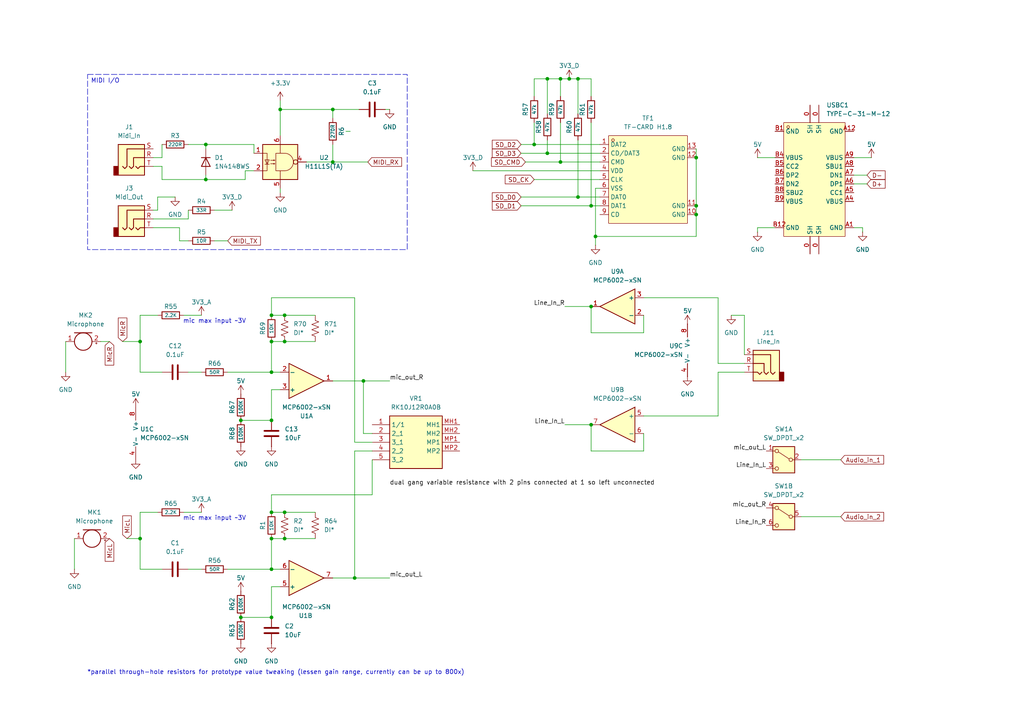
<source format=kicad_sch>
(kicad_sch (version 20231120) (generator "eeschema") (generator_version "8.0")
  (paper "A4")
  (lib_symbols
    (symbol "Amplifier_Operational:MCP6002-xSN" (pin_names (offset 0.127))
      (property "Reference" "U" (at 0 5.08 0))
      (property "Value" "MCP6002-xSN" (at 0 -5.08 0))
      (symbol "MCP6002-xSN_1_1"
        (polyline (pts (xy -5.08 5.08) (xy 5.08 0) (xy -5.08 -5.08) (xy -5.08 5.08)) (stroke (width 0.254)) (fill (type background)))
        (pin output line (at 7.62 0 180) (length 2.54) (name "~") (number "1"))
        (pin input line (at -7.62 -2.54 0) (length 2.54) (name "-") (number "2"))
        (pin input line (at -7.62 2.54 0) (length 2.54) (name "+") (number "3"))
      )
      (symbol "MCP6002-xSN_2_1"
        (polyline (pts (xy -5.08 5.08) (xy 5.08 0) (xy -5.08 -5.08) (xy -5.08 5.08)) (stroke (width 0.254)) (fill (type background)))
        (pin input line (at -7.62 2.54 0) (length 2.54) (name "+") (number "5"))
        (pin input line (at -7.62 -2.54 0) (length 2.54) (name "-") (number "6"))
        (pin output line (at 7.62 0 180) (length 2.54) (name "~") (number "7"))
      )
      (symbol "MCP6002-xSN_3_1"
        (pin power_in line (at -2.54 -7.62 90) (length 3.81) (name "V-") (number "4"))
        (pin power_in line (at -2.54 7.62 270) (length 3.81) (name "V+") (number "8"))
      )
    )
    (symbol "Connector_Audio:AudioJack3"
      (property "Reference" "J" (at 0 8.89 0))
      (property "Value" "AudioJack3" (at 0 6.35 0))
      (symbol "AudioJack3_0_1"
        (rectangle (start -5.08 -5.08) (end -6.35 -2.54) (stroke (width 0.254)) (fill (type outline)))
        (polyline (pts (xy 0 -2.54) (xy 0.635 -3.175) (xy 1.27 -2.54) (xy 2.54 -2.54)) (stroke (width 0.254)))
        (polyline (pts (xy -1.905 -2.54) (xy -1.27 -3.175) (xy -0.635 -2.54) (xy -0.635 0) (xy 2.54 0)) (stroke (width 0.254)))
        (polyline (pts (xy 2.54 2.54) (xy -2.54 2.54) (xy -2.54 -2.54) (xy -3.175 -3.175) (xy -3.81 -2.54)) (stroke (width 0.254)))
        (rectangle (start 2.54 3.81) (end -5.08 -5.08) (stroke (width 0.254)) (fill (type background)))
      )
      (symbol "AudioJack3_1_1"
        (pin passive line (at 5.08 0 180) (length 2.54) (name "~") (number "R"))
        (pin passive line (at 5.08 2.54 180) (length 2.54) (name "~") (number "S"))
        (pin passive line (at 5.08 -2.54 180) (length 2.54) (name "~") (number "T"))
      )
    )
    (symbol "Device:C" (pin_numbers hide) (pin_names (offset 0.254))
      (property "Reference" "C" (at 0.635 2.54 0))
      (property "Value" "C" (at 0.635 -2.54 0))
      (symbol "C_0_1"
        (polyline (pts (xy -2.032 -0.762) (xy 2.032 -0.762)) (stroke (width 0.508)))
        (polyline (pts (xy -2.032 0.762) (xy 2.032 0.762)) (stroke (width 0.508)))
      )
      (symbol "C_1_1"
        (pin passive line (at 0 3.81 270) (length 2.794) (name "~") (number "1"))
        (pin passive line (at 0 -3.81 90) (length 2.794) (name "~") (number "2"))
      )
    )
    (symbol "Device:Microphone" (pin_names (offset 0.0254) hide)
      (property "Reference" "MK" (at -3.81 1.27 0))
      (property "Value" "Microphone" (at -3.81 -0.635 0))
      (symbol "Microphone_0_1"
        (polyline (pts (xy -2.54 2.54) (xy -2.54 -2.54)) (stroke (width 0.254)))
        (polyline (pts (xy 0.254 3.81) (xy 0.762 3.81)))
        (polyline (pts (xy 0.508 4.064) (xy 0.508 3.556)))
        (circle (center 0 0) (radius 2.54) (stroke (width 0.254)))
      )
      (symbol "Microphone_1_1"
        (pin passive line (at 0 -5.08 90) (length 2.54) (name "-") (number "1"))
        (pin passive line (at 0 5.08 270) (length 2.54) (name "+") (number "2"))
      )
    )
    (symbol "Device:R" (pin_numbers hide) (pin_names (offset 0))
      (property "Reference" "R" (at 2.032 0 90))
      (property "Value" "R" (at 0 0 90))
      (symbol "R_0_1"
        (rectangle (start -1.016 -2.54) (end 1.016 2.54) (stroke (width 0.254)))
      )
      (symbol "R_1_1"
        (pin passive line (at 0 3.81 270) (length 1.27) (name "~") (number "1"))
        (pin passive line (at 0 -3.81 90) (length 1.27) (name "~") (number "2"))
      )
    )
    (symbol "Device:R_US" (pin_numbers hide) (pin_names (offset 0))
      (property "Reference" "R" (at 2.54 0 90))
      (property "Value" "R_US" (at -2.54 0 90))
      (symbol "R_US_0_1"
        (polyline (pts (xy 0 -2.286) (xy 0 -2.54)))
        (polyline (pts (xy 0 2.286) (xy 0 2.54)))
        (polyline (pts (xy 0 -0.762) (xy 1.016 -1.143) (xy 0 -1.524) (xy -1.016 -1.905) (xy 0 -2.286)))
        (polyline (pts (xy 0 0.762) (xy 1.016 0.381) (xy 0 0) (xy -1.016 -0.381) (xy 0 -0.762)))
        (polyline (pts (xy 0 2.286) (xy 1.016 1.905) (xy 0 1.524) (xy -1.016 1.143) (xy 0 0.762)))
      )
      (symbol "R_US_1_1"
        (pin passive line (at 0 3.81 270) (length 1.27) (name "~") (number "1"))
        (pin passive line (at 0 -3.81 90) (length 1.27) (name "~") (number "2"))
      )
    )
    (symbol "Diode:MMSD4148" (pin_numbers hide) (pin_names hide)
      (property "Reference" "D" (at 0 2.54 0))
      (property "Value" "MMSD4148" (at 0 -2.54 0))
      (symbol "MMSD4148_0_1"
        (polyline (pts (xy -1.27 1.27) (xy -1.27 -1.27)) (stroke (width 0.254)))
        (polyline (pts (xy 1.27 0) (xy -1.27 0)))
        (polyline (pts (xy 1.27 1.27) (xy 1.27 -1.27) (xy -1.27 0) (xy 1.27 1.27)) (stroke (width 0.254)))
      )
      (symbol "MMSD4148_1_1"
        (pin passive line (at -3.81 0 0) (length 2.54) (name "K") (number "1"))
        (pin passive line (at 3.81 0 180) (length 2.54) (name "A") (number "2"))
      )
    )
    (symbol "Isolator:H11L1" (pin_names (offset 1.016))
      (property "Reference" "U" (at 1.27 8.89 0))
      (property "Value" "H11L1" (at 1.27 6.35 0))
      (symbol "H11L1_0_1"
        (rectangle (start -5.08 5.08) (end 5.08 -5.08) (stroke (width 0.254)) (fill (type background)))
        (polyline (pts (xy -4.445 -0.635) (xy -3.175 -0.635)))
        (polyline (pts (xy 0 2.54) (xy 0 5.08)))
        (polyline (pts (xy 0 -2.54) (xy 0 -5.08) (xy 0 -3.81)))
        (polyline (pts (xy -5.08 -2.54) (xy -3.81 -2.54) (xy -3.81 2.54) (xy -5.08 2.54)))
        (polyline (pts (xy -3.81 -0.635) (xy -4.445 0.635) (xy -3.175 0.635) (xy -3.81 -0.635)))
        (polyline (pts (xy 1.27 -2.54) (xy -1.27 -2.54) (xy -1.27 2.54) (xy 1.27 2.54)))
        (polyline (pts (xy -2.794 -0.508) (xy -1.524 -0.508) (xy -1.905 -0.635) (xy -1.905 -0.381) (xy -1.524 -0.508)))
        (polyline (pts (xy -2.794 0.508) (xy -1.524 0.508) (xy -1.905 0.381) (xy -1.905 0.635) (xy -1.524 0.508)))
        (arc (start 1.27 -2.54) (mid 3.799 0) (end 1.27 2.54))
      )
      (symbol "H11L1_1_1"
        (pin passive line (at -7.62 2.54 0) (length 2.54) (name "~") (number "1"))
        (pin passive line (at -7.62 -2.54 0) (length 2.54) (name "~") (number "2"))
        (pin no_connect line (at -5.08 0 0) (length 2.54) hide (name "~") (number "3"))
        (pin output inverted (at 7.62 0 180) (length 3.81) (name "~") (number "4"))
        (pin power_in line (at 0 -7.62 90) (length 2.54) (name "~") (number "5"))
        (pin power_in line (at 0 7.62 270) (length 2.54) (name "~") (number "6"))
      )
    )
    (symbol "Switch:SW_DPDT_x2" (pin_names (offset 0) hide)
      (property "Reference" "SW" (at 0 5.08 0))
      (property "Value" "SW_DPDT_x2" (at 0 -5.08 0))
      (symbol "SW_DPDT_x2_0_0"
        (circle (center -2.032 0) (radius 0.508))
        (circle (center 2.032 -2.54) (radius 0.508))
      )
      (symbol "SW_DPDT_x2_0_1"
        (rectangle (start -3.175 3.81) (end 3.175 -3.81) (stroke (width 0.254)) (fill (type background)))
        (polyline (pts (xy -1.524 0.254) (xy 1.5748 2.286)))
        (circle (center 2.032 2.54) (radius 0.508))
      )
      (symbol "SW_DPDT_x2_1_1"
        (pin passive line (at 5.08 2.54 180) (length 2.54) (name "A") (number "1"))
        (pin passive line (at -5.08 0 0) (length 2.54) (name "B") (number "2"))
        (pin passive line (at 5.08 -2.54 180) (length 2.54) (name "C") (number "3"))
      )
      (symbol "SW_DPDT_x2_2_1"
        (pin passive line (at 5.08 2.54 180) (length 2.54) (name "A") (number "4"))
        (pin passive line (at -5.08 0 0) (length 2.54) (name "B") (number "5"))
        (pin passive line (at 5.08 -2.54 180) (length 2.54) (name "C") (number "6"))
      )
    )
    (symbol "daisy_seed:3V3_A" (power) (pin_numbers hide) (pin_names (offset 0) hide)
      (property "Value" "3V3_A" (at 0 3.81 0))
      (symbol "3V3_A_0_1"
        (polyline (pts (xy -0.762 1.27) (xy 0 2.54)))
        (polyline (pts (xy 0 0) (xy 0 2.54)))
        (polyline (pts (xy 0 2.54) (xy 0.762 1.27)))
      )
      (symbol "3V3_A_1_1"
        (pin power_in line (at 0 0 90) (length 0) (name "~") (number "1"))
      )
    )
    (symbol "daisy_seed:3V3_D" (power) (pin_numbers hide) (pin_names (offset 0) hide)
      (property "Value" "3V3_D" (at 0 5.08 0))
      (symbol "3V3_D_0_0"
        (pin power_in line (at 0 0 90) (length 0) (name "~") (number "1"))
      )
      (symbol "3V3_D_0_1"
        (polyline (pts (xy -0.762 1.27) (xy 0 2.54)))
        (polyline (pts (xy 0 0) (xy 0 2.54)))
        (polyline (pts (xy 0 2.54) (xy 0.762 1.27)))
      )
    )
    (symbol "power:+3.3V" (power) (pin_names (offset 0))
      (property "Value" "+3.3V" (at 0 3.556 0))
      (symbol "+3.3V_0_1"
        (polyline (pts (xy -0.762 1.27) (xy 0 2.54)))
        (polyline (pts (xy 0 0) (xy 0 2.54)))
        (polyline (pts (xy 0 2.54) (xy 0.762 1.27)))
      )
      (symbol "+3.3V_1_1"
        (pin power_in line (at 0 0 90) (length 0) hide (name "+3.3V") (number "1"))
      )
    )
    (symbol "power:GND" (power) (pin_numbers hide) (pin_names (offset 0) hide)
      (property "Value" "GND" (at 0 -3.81 0))
      (symbol "GND_0_1"
        (polyline (pts (xy 0 0) (xy 0 -1.27) (xy 1.27 -1.27) (xy 0 -2.54) (xy -1.27 -1.27) (xy 0 -1.27)))
      )
      (symbol "GND_1_1"
        (pin power_in line (at 0 0 270) (length 0) (name "~") (number "1"))
      )
    )
    (symbol "soundbook:TYPE-C-31-M-12"
      (property "Reference" "USBC" (at 0 26.67 0))
      (property "Value" "TYPE-C-31-M-12" (at 0 -26.67 0))
      (symbol "TYPE-C-31-M-12_0_1"
        (rectangle (start -8.89 16.51) (end 8.89 -16.51) (fill (type background)))
        (circle (center -7.62 15.24) (radius 0.38))
        (pin unspecified line (at -1.27 -21.59 90) (length 5.08) (name "SH") (number "0"))
        (pin unspecified line (at -1.27 21.59 270) (length 5.08) (name "SH") (number "0"))
        (pin unspecified line (at 1.27 -21.59 90) (length 5.08) (name "SH") (number "0"))
        (pin unspecified line (at 1.27 21.59 270) (length 5.08) (name "SH") (number "0"))
        (pin unspecified line (at 11.43 -13.97 180) (length 2.54) (name "GND") (number "A1"))
        (pin unspecified line (at 11.43 13.97 180) (length 2.54) (name "GND") (number "A12"))
        (pin unspecified line (at 11.43 -6.35 180) (length 2.54) (name "VBUS") (number "A4"))
        (pin unspecified line (at 11.43 -3.81 180) (length 2.54) (name "CC1") (number "A5"))
        (pin unspecified line (at 11.43 -1.27 180) (length 2.54) (name "DP1") (number "A6"))
        (pin unspecified line (at 11.43 1.27 180) (length 2.54) (name "DN1") (number "A7"))
        (pin unspecified line (at 11.43 3.81 180) (length 2.54) (name "SBU1") (number "A8"))
        (pin unspecified line (at 11.43 6.35 180) (length 2.54) (name "VBUS") (number "A9"))
        (pin unspecified line (at -11.43 13.97 0) (length 2.54) (name "GND") (number "B1"))
        (pin unspecified line (at -11.43 -13.97 0) (length 2.54) (name "GND") (number "B12"))
        (pin unspecified line (at -11.43 6.35 0) (length 2.54) (name "VBUS") (number "B4"))
        (pin unspecified line (at -11.43 3.81 0) (length 2.54) (name "CC2") (number "B5"))
        (pin unspecified line (at -11.43 1.27 0) (length 2.54) (name "DP2") (number "B6"))
        (pin unspecified line (at -11.43 -1.27 0) (length 2.54) (name "DN2") (number "B7"))
        (pin unspecified line (at -11.43 -3.81 0) (length 2.54) (name "SBU2") (number "B8"))
        (pin unspecified line (at -11.43 -6.35 0) (length 2.54) (name "VBUS") (number "B9"))
      )
    )
    (symbol "soundpad_library:TF-CARDH1.8"
      (property "Reference" "TF" (at 0 17.78 0))
      (property "Value" "TF-CARD H1.8" (at 0 -12.7 0))
      (symbol "TF-CARDH1.8_0_1"
        (rectangle (start -12.7 15.24) (end 10.16 -10.16) (fill (type background)))
        (circle (center -11.43 13.97) (radius 0.38))
        (pin unspecified line (at -15.24 12.7 0) (length 2.54) (name "DAT2") (number "1"))
        (pin unspecified line (at 12.7 -7.62 180) (length 2.54) (name "GND") (number "10"))
        (pin unspecified line (at 12.7 -5.08 180) (length 2.54) (name "GND") (number "11"))
        (pin unspecified line (at 12.7 8.89 180) (length 2.54) (name "GND") (number "12"))
        (pin unspecified line (at 12.7 11.43 180) (length 2.54) (name "GND") (number "13"))
        (pin unspecified line (at -15.24 10.16 0) (length 2.54) (name "CD/DAT3") (number "2"))
        (pin unspecified line (at -15.24 7.62 0) (length 2.54) (name "CMD") (number "3"))
        (pin unspecified line (at -15.24 5.08 0) (length 2.54) (name "VDD") (number "4"))
        (pin unspecified line (at -15.24 2.54 0) (length 2.54) (name "CLK") (number "5"))
        (pin unspecified line (at -15.24 0 0) (length 2.54) (name "VSS") (number "6"))
        (pin unspecified line (at -15.24 -2.54 0) (length 2.54) (name "DAT0") (number "7"))
        (pin unspecified line (at -15.24 -5.08 0) (length 2.54) (name "DAT1") (number "8"))
        (pin unspecified line (at -15.24 -7.62 0) (length 2.54) (name "CD") (number "9"))
      )
    )
    (symbol "thumbwheel:RK10J12R0A0B"
      (property "Reference" "VR" (at 21.59 7.62 0))
      (property "Value" "RK10J12R0A0B" (at 21.59 5.08 0))
      (symbol "RK10J12R0A0B_1_1"
        (rectangle (start 5.08 2.54) (end 20.32 -12.7) (stroke (width 0.254)) (fill (type background)))
        (pin passive line (at 0 0 0) (length 5.08) (name "1/1") (number "1"))
        (pin passive line (at 0 -2.54 0) (length 5.08) (name "2_1") (number "2"))
        (pin passive line (at 0 -5.08 0) (length 5.08) (name "3_1") (number "3"))
        (pin passive line (at 0 -7.62 0) (length 5.08) (name "2_2") (number "4"))
        (pin passive line (at 0 -10.16 0) (length 5.08) (name "3_2") (number "5"))
        (pin passive line (at 25.4 0 180) (length 5.08) (name "MH1") (number "MH1"))
        (pin passive line (at 25.4 -2.54 180) (length 5.08) (name "MH2") (number "MH2"))
        (pin passive line (at 25.4 -5.08 180) (length 5.08) (name "MP1") (number "MP1"))
        (pin passive line (at 25.4 -7.62 180) (length 5.08) (name "MP2") (number "MP2"))
      )
    )
  )
  (junction (at 171.45 59.69))
  (junction (at 96.52 31.75))
  (junction (at 78.74 99.06))
  (junction (at 167.64 57.15))
  (junction (at 81.28 31.75))
  (junction (at 40.64 99.06))
  (junction (at 78.74 148.59))
  (junction (at 201.93 45.72))
  (junction (at 78.74 91.44))
  (junction (at 82.55 148.59))
  (junction (at 82.55 91.44))
  (junction (at 78.74 107.95))
  (junction (at 171.45 123.19))
  (junction (at 40.64 156.21))
  (junction (at 162.56 22.86))
  (junction (at 102.87 167.64))
  (junction (at 201.93 59.69))
  (junction (at 201.93 62.23))
  (junction (at 59.69 52.07))
  (junction (at 69.85 121.92))
  (junction (at 78.74 156.21))
  (junction (at 82.55 156.21))
  (junction (at 96.52 46.99))
  (junction (at 167.64 22.86))
  (junction (at 162.56 46.99))
  (junction (at 105.41 110.49))
  (junction (at 154.94 41.91))
  (junction (at 158.75 44.45))
  (junction (at 172.72 68.58))
  (junction (at 78.74 165.1))
  (junction (at 78.74 179.07))
  (junction (at 59.69 41.91))
  (junction (at 165.1 22.86))
  (junction (at 69.85 179.07))
  (junction (at 82.55 99.06))
  (junction (at 158.75 22.86))
  (junction (at 171.45 88.9))
  (junction (at 78.74 121.92))
  (wire (pts (xy 59.69 41.91) (xy 73.66 41.91)))
  (wire (pts (xy 154.94 52.07) (xy 173.99 52.07)))
  (wire (pts (xy 52.07 69.85) (xy 54.61 69.85)))
  (wire (pts (xy 247.65 66.04) (xy 250.19 66.04)))
  (wire (pts (xy 59.69 50.8) (xy 59.69 52.07)))
  (wire (pts (xy 96.52 110.49) (xy 105.41 110.49)))
  (wire (pts (xy 151.13 41.91) (xy 154.94 41.91)))
  (wire (pts (xy 96.52 31.75) (xy 81.28 31.75)))
  (wire (pts (xy 154.94 22.86) (xy 158.75 22.86)))
  (wire (pts (xy 82.55 99.06) (xy 91.44 99.06)))
  (wire (pts (xy 171.45 88.9) (xy 163.83 88.9)))
  (wire (pts (xy 154.94 41.91) (xy 173.99 41.91)))
  (wire (pts (xy 201.93 59.69) (xy 201.93 62.23)))
  (wire (pts (xy 78.74 148.59) (xy 82.55 148.59)))
  (wire (pts (xy 171.45 96.52) (xy 171.45 88.9)))
  (wire (pts (xy 46.99 52.07) (xy 59.69 52.07)))
  (wire (pts (xy 219.71 66.04) (xy 219.71 67.31)))
  (wire (pts (xy 158.75 44.45) (xy 173.99 44.45)))
  (wire (pts (xy 78.74 156.21) (xy 82.55 156.21)))
  (wire (pts (xy 162.56 35.56) (xy 162.56 46.99)))
  (wire (pts (xy 78.74 113.03) (xy 81.28 113.03)))
  (wire (pts (xy 81.28 29.21) (xy 81.28 31.75)))
  (wire (pts (xy 45.72 148.59) (xy 40.64 148.59)))
  (wire (pts (xy 167.64 57.15) (xy 173.99 57.15)))
  (wire (pts (xy 243.84 133.35) (xy 232.41 133.35)))
  (wire (pts (xy 171.45 123.19) (xy 171.45 130.81)))
  (wire (pts (xy 46.99 45.72) (xy 46.99 41.91)))
  (wire (pts (xy 78.74 86.36) (xy 102.87 86.36)))
  (wire (pts (xy 158.75 22.86) (xy 162.56 22.86)))
  (wire (pts (xy 96.52 167.64) (xy 102.87 167.64)))
  (wire (pts (xy 82.55 148.59) (xy 91.44 148.59)))
  (wire (pts (xy 105.41 110.49) (xy 113.03 110.49)))
  (wire (pts (xy 66.04 107.95) (xy 78.74 107.95)))
  (wire (pts (xy 163.83 123.19) (xy 171.45 123.19)))
  (wire (pts (xy 102.87 128.27) (xy 107.95 128.27)))
  (wire (pts (xy 69.85 121.92) (xy 78.74 121.92)))
  (wire (pts (xy 52.07 69.85) (xy 52.07 66.04)))
  (wire (pts (xy 104.14 31.75) (xy 96.52 31.75)))
  (wire (pts (xy 78.74 99.06) (xy 82.55 99.06)))
  (wire (pts (xy 105.41 125.73) (xy 105.41 110.49)))
  (wire (pts (xy 167.64 40.64) (xy 167.64 57.15)))
  (wire (pts (xy 78.74 143.51) (xy 107.95 143.51)))
  (wire (pts (xy 40.64 91.44) (xy 40.64 99.06)))
  (wire (pts (xy 162.56 22.86) (xy 162.56 27.94)))
  (wire (pts (xy 78.74 156.21) (xy 78.74 165.1)))
  (wire (pts (xy 46.99 107.95) (xy 40.64 107.95)))
  (wire (pts (xy 107.95 130.81) (xy 102.87 130.81)))
  (wire (pts (xy 78.74 170.18) (xy 81.28 170.18)))
  (wire (pts (xy 62.23 60.96) (xy 67.31 60.96)))
  (wire (pts (xy 88.9 46.99) (xy 96.52 46.99)))
  (wire (pts (xy 81.28 54.61) (xy 81.28 55.88)))
  (wire (pts (xy 54.61 165.1) (xy 58.42 165.1)))
  (wire (pts (xy 78.74 99.06) (xy 78.74 107.95)))
  (wire (pts (xy 78.74 86.36) (xy 78.74 91.44)))
  (wire (pts (xy 208.28 107.95) (xy 208.28 120.65)))
  (wire (pts (xy 82.55 156.21) (xy 91.44 156.21)))
  (wire (pts (xy 215.9 107.95) (xy 208.28 107.95)))
  (wire (pts (xy 171.45 35.56) (xy 171.45 59.69)))
  (wire (pts (xy 215.9 91.44) (xy 212.09 91.44)))
  (wire (pts (xy 251.46 53.34) (xy 247.65 53.34)))
  (wire (pts (xy 247.65 45.72) (xy 252.73 45.72)))
  (wire (pts (xy 137.16 49.53) (xy 173.99 49.53)))
  (wire (pts (xy 44.45 63.5) (xy 54.61 63.5)))
  (wire (pts (xy 53.34 148.59) (xy 58.42 148.59)))
  (wire (pts (xy 162.56 46.99) (xy 173.99 46.99)))
  (wire (pts (xy 78.74 107.95) (xy 81.28 107.95)))
  (wire (pts (xy 102.87 86.36) (xy 102.87 128.27)))
  (wire (pts (xy 44.45 45.72) (xy 46.99 45.72)))
  (wire (pts (xy 208.28 120.65) (xy 186.69 120.65)))
  (wire (pts (xy 171.45 59.69) (xy 173.99 59.69)))
  (wire (pts (xy 96.52 41.91) (xy 96.52 46.99)))
  (wire (pts (xy 44.45 66.04) (xy 52.07 66.04)))
  (wire (pts (xy 171.45 22.86) (xy 167.64 22.86)))
  (wire (pts (xy 71.12 49.53) (xy 73.66 49.53)))
  (wire (pts (xy 172.72 68.58) (xy 172.72 71.12)))
  (wire (pts (xy 172.72 54.61) (xy 172.72 68.58)))
  (wire (pts (xy 54.61 63.5) (xy 54.61 60.96)))
  (wire (pts (xy 59.69 52.07) (xy 71.12 52.07)))
  (wire (pts (xy 151.13 59.69) (xy 171.45 59.69)))
  (wire (pts (xy 102.87 130.81) (xy 102.87 167.64)))
  (wire (pts (xy 35.56 99.06) (xy 40.64 99.06)))
  (wire (pts (xy 46.99 165.1) (xy 40.64 165.1)))
  (wire (pts (xy 171.45 27.94) (xy 171.45 22.86)))
  (wire (pts (xy 208.28 86.36) (xy 208.28 105.41)))
  (wire (pts (xy 162.56 22.86) (xy 165.1 22.86)))
  (wire (pts (xy 158.75 40.64) (xy 158.75 44.45)))
  (wire (pts (xy 250.19 66.04) (xy 250.19 67.31)))
  (wire (pts (xy 154.94 35.56) (xy 154.94 41.91)))
  (wire (pts (xy 69.85 179.07) (xy 78.74 179.07)))
  (wire (pts (xy 219.71 45.72) (xy 224.79 45.72)))
  (wire (pts (xy 81.28 31.75) (xy 81.28 39.37)))
  (wire (pts (xy 54.61 41.91) (xy 59.69 41.91)))
  (wire (pts (xy 78.74 143.51) (xy 78.74 148.59)))
  (wire (pts (xy 96.52 31.75) (xy 96.52 34.29)))
  (wire (pts (xy 167.64 22.86) (xy 165.1 22.86)))
  (wire (pts (xy 201.93 68.58) (xy 172.72 68.58)))
  (wire (pts (xy 78.74 170.18) (xy 78.74 179.07)))
  (wire (pts (xy 102.87 167.64) (xy 113.03 167.64)))
  (wire (pts (xy 78.74 113.03) (xy 78.74 121.92)))
  (wire (pts (xy 186.69 130.81) (xy 171.45 130.81)))
  (wire (pts (xy 208.28 86.36) (xy 186.69 86.36)))
  (wire (pts (xy 154.94 27.94) (xy 154.94 22.86)))
  (wire (pts (xy 215.9 102.87) (xy 215.9 91.44)))
  (wire (pts (xy 208.28 105.41) (xy 215.9 105.41)))
  (wire (pts (xy 167.64 33.02) (xy 167.64 22.86)))
  (wire (pts (xy 243.84 149.86) (xy 232.41 149.86)))
  (wire (pts (xy 31.75 99.06) (xy 29.21 99.06)))
  (wire (pts (xy 53.34 91.44) (xy 58.42 91.44)))
  (wire (pts (xy 71.12 49.53) (xy 71.12 52.07)))
  (wire (pts (xy 21.59 165.1) (xy 21.59 156.21)))
  (wire (pts (xy 45.72 91.44) (xy 40.64 91.44)))
  (wire (pts (xy 40.64 148.59) (xy 40.64 156.21)))
  (wire (pts (xy 40.64 99.06) (xy 40.64 107.95)))
  (wire (pts (xy 59.69 43.18) (xy 59.69 41.91)))
  (wire (pts (xy 152.4 46.99) (xy 162.56 46.99)))
  (wire (pts (xy 62.23 69.85) (xy 66.04 69.85)))
  (wire (pts (xy 201.93 45.72) (xy 201.93 59.69)))
  (wire (pts (xy 82.55 91.44) (xy 91.44 91.44)))
  (wire (pts (xy 186.69 125.73) (xy 186.69 130.81)))
  (wire (pts (xy 107.95 125.73) (xy 105.41 125.73)))
  (wire (pts (xy 101.6 38.1) (xy 100.33 38.1)))
  (wire (pts (xy 111.76 31.75) (xy 113.03 31.75)))
  (wire (pts (xy 78.74 91.44) (xy 82.55 91.44)))
  (wire (pts (xy 45.72 60.96) (xy 45.72 57.15)))
  (wire (pts (xy 73.66 41.91) (xy 73.66 44.45)))
  (wire (pts (xy 46.99 48.26) (xy 46.99 52.07)))
  (wire (pts (xy 107.95 133.35) (xy 107.95 143.51)))
  (wire (pts (xy 251.46 50.8) (xy 247.65 50.8)))
  (wire (pts (xy 19.05 107.95) (xy 19.05 99.06)))
  (wire (pts (xy 186.69 96.52) (xy 171.45 96.52)))
  (wire (pts (xy 201.93 43.18) (xy 201.93 45.72)))
  (wire (pts (xy 44.45 48.26) (xy 46.99 48.26)))
  (wire (pts (xy 40.64 156.21) (xy 40.64 165.1)))
  (wire (pts (xy 44.45 60.96) (xy 45.72 60.96)))
  (wire (pts (xy 186.69 91.44) (xy 186.69 96.52)))
  (wire (pts (xy 158.75 22.86) (xy 158.75 33.02)))
  (wire (pts (xy 40.64 156.21) (xy 36.83 156.21)))
  (wire (pts (xy 54.61 107.95) (xy 58.42 107.95)))
  (wire (pts (xy 224.79 66.04) (xy 219.71 66.04)))
  (wire (pts (xy 45.72 57.15) (xy 50.8 57.15)))
  (wire (pts (xy 201.93 62.23) (xy 201.93 68.58)))
  (wire (pts (xy 151.13 44.45) (xy 158.75 44.45)))
  (wire (pts (xy 78.74 165.1) (xy 81.28 165.1)))
  (wire (pts (xy 151.13 57.15) (xy 167.64 57.15)))
  (wire (pts (xy 96.52 46.99) (xy 106.68 46.99)))
  (wire (pts (xy 66.04 165.1) (xy 78.74 165.1)))
  (wire (pts (xy 173.99 54.61) (xy 172.72 54.61)))
  (text_box "MIDI I/O" (at 25.4 21.59 0) (size 92.71 50.8) (stroke (width 0) (type dash)) (effects (font (size 1.27 1.27)) (justify left top)))
  (text "*parallel through-hole resistors for prototype value tweaking (lessen gain range, currently can be up to 800x)" (at 80.01 195.072 0) (effects (font (size 1.27 1.27))))
  (text "mic max input ~3V" (at 62.23 93.218 0) (effects (font (size 1.27 1.27))))
  (text "mic max input ~3V" (at 62.23 150.368 0) (effects (font (size 1.27 1.27))))
  (label "dual gang variable resistance with 2 pins connected at 1 so left unconnected" (at 113.03 140.97 0))
  (label "mic_out_L" (at 113.03 167.64 0))
  (label "mic_out_R" (at 222.25 147.32 180))
  (label "Line_In_R" (at 163.83 88.9 180))
  (label "Line_In_R" (at 222.25 152.4 180))
  (label "mic_out_R" (at 113.03 110.49 0))
  (label "mic_out_L" (at 222.25 130.81 180))
  (label "Line_In_L" (at 222.25 135.89 180))
  (label "Line_In_L" (at 163.83 123.19 180))
  (global_label "SD_D2" (shape input) (at 151.13 41.91 180) (property "Intersheetrefs" "${INTERSHEET_REFS}" (effects (hide yes))))
  (global_label "SD_D0" (shape input) (at 151.13 57.15 180) (property "Intersheetrefs" "${INTERSHEET_REFS}" (effects (hide yes))))
  (global_label "Audio_in_2" (shape input) (at 243.84 149.86 0) (property "Intersheetrefs" "${INTERSHEET_REFS}" (effects (hide yes))))
  (global_label "MicL" (shape input) (at 31.75 156.21 270) (property "Intersheetrefs" "${INTERSHEET_REFS}" (effects (hide yes))))
  (global_label "D-" (shape input) (at 251.46 50.8 0) (property "Intersheetrefs" "${INTERSHEET_REFS}" (effects (hide yes))))
  (global_label "SD_CMD" (shape input) (at 152.4 46.99 180) (property "Intersheetrefs" "${INTERSHEET_REFS}" (effects (hide yes))))
  (global_label "MicR" (shape input) (at 31.75 99.06 270) (property "Intersheetrefs" "${INTERSHEET_REFS}" (effects (hide yes))))
  (global_label "MIDI_RX" (shape input) (at 106.68 46.99 0) (property "Intersheetrefs" "${INTERSHEET_REFS}" (effects (hide yes))))
  (global_label "SD_D3" (shape input) (at 151.13 44.45 180) (property "Intersheetrefs" "${INTERSHEET_REFS}" (effects (hide yes))))
  (global_label "MIDI_TX" (shape input) (at 66.04 69.85 0) (property "Intersheetrefs" "${INTERSHEET_REFS}" (effects (hide yes))))
  (global_label "SD_CK" (shape input) (at 154.94 52.07 180) (property "Intersheetrefs" "${INTERSHEET_REFS}" (effects (hide yes))))
  (global_label "SD_D1" (shape input) (at 151.13 59.69 180) (property "Intersheetrefs" "${INTERSHEET_REFS}" (effects (hide yes))))
  (global_label "MicR" (shape input) (at 35.56 99.06 90) (property "Intersheetrefs" "${INTERSHEET_REFS}" (effects (hide yes))))
  (global_label "D+" (shape input) (at 251.46 53.34 0) (property "Intersheetrefs" "${INTERSHEET_REFS}" (effects (hide yes))))
  (global_label "Audio_in_1" (shape input) (at 243.84 133.35 0) (property "Intersheetrefs" "${INTERSHEET_REFS}" (effects (hide yes))))
  (global_label "MicL" (shape input) (at 36.83 156.21 90) (property "Intersheetrefs" "${INTERSHEET_REFS}" (effects (hide yes))))
  (symbol (lib_id "Amplifier_Operational:MCP6002-xSN") (at 88.9 110.49 0) (mirror x) (unit 1)
    (property "Reference" "U1" (at 88.9 120.65 0))
    (property "Value" "MCP6002-xSN" (at 88.9 118.11 0))
    (property "Footprint" "Package_SO:SOIC-8_3.9x4.9mm_P1.27mm" (effects (hide yes)))
    (property "Datasheet" "http://ww1.microchip.com/downloads/en/DeviceDoc/21733j.pdf" (effects (hide yes)))
    (property "Description" "1MHz, Low-Power Op Amp, SOIC-8" (effects (hide yes)))
  )
  (symbol (lib_id "power:GND") (at 69.85 129.54 0) (unit 1)
    (property "Reference" "#PWR096" (effects (hide yes)))
    (property "Value" "GND" (at 69.85 134.62 0))
    (property "Description" "Power symbol creates a global label with name \"GND\" , ground" (effects (hide yes)))
  )
  (symbol (lib_id "power:GND") (at 69.85 186.69 0) (unit 1)
    (property "Reference" "#PWR076" (effects (hide yes)))
    (property "Value" "GND" (at 69.85 191.77 0))
    (property "Description" "Power symbol creates a global label with name \"GND\" , ground" (effects (hide yes)))
  )
  (symbol (lib_id "Amplifier_Operational:MCP6002-xSN") (at 179.07 123.19 0) (mirror y) (unit 2)
    (property "Reference" "U9" (at 179.07 113.03 0))
    (property "Value" "MCP6002-xSN" (at 179.07 115.57 0))
    (property "Footprint" "Package_SO:SOIC-8_3.9x4.9mm_P1.27mm" (effects (hide yes)))
    (property "Datasheet" "http://ww1.microchip.com/downloads/en/DeviceDoc/21733j.pdf" (effects (hide yes)))
    (property "Description" "1MHz, Low-Power Op Amp, SOIC-8" (effects (hide yes)))
  )
  (symbol (lib_id "soundbook:TYPE-C-31-M-12") (at 236.22 52.07 0) (unit 1)
    (property "Reference" "USBC1" (at 239.6841 30.48 0) (effects (justify left)))
    (property "Value" "TYPE-C-31-M-12" (at 239.6841 33.02 0) (effects (justify left)))
    (property "Footprint" "Connector_USB:USB_C_Receptacle_HRO_TYPE-C-31-M-12" (effects (hide yes)))
    (property "Datasheet" "https://lcsc.com/product-detail/USB-Type-C_Korean-Hroparts-Elec-TYPE-C-31-M-12_C165948.html" (effects (hide yes)))
    (property "LCSC Part" "C165948" (effects (hide yes)))
  )
  (symbol (lib_id "power:GND") (at 113.03 31.75 0) (unit 1)
    (property "Reference" "#PWR05" (effects (hide yes)))
    (property "Value" "GND" (at 113.03 36.83 0))
  )
  (symbol (lib_id "daisy_seed:3V3_D") (at 67.31 60.96 0) (unit 1)
    (property "Reference" "#PWR02" (effects (hide yes)))
    (property "Value" "3V3_D" (at 67.31 57.15 0))
    (property "Description" "Power symbol creates a global label with name \"3V3_D\"" (effects (hide yes)))
  )
  (symbol (lib_id "daisy_seed:3V3_D") (at 219.71 45.72 0) (unit 1)
    (property "Reference" "#PWR085" (effects (hide yes)))
    (property "Value" "5V" (at 219.71 41.91 0))
  )
  (symbol (lib_id "thumbwheel:RK10J12R0A0B") (at 107.95 123.19 0) (unit 1)
    (property "Reference" "VR1" (at 120.65 115.57 0))
    (property "Value" "RK10J12R0A0B" (at 120.65 118.11 0))
    (property "Footprint" "footprints:RK10J12R0A0B" (effects (hide yes)))
    (property "Datasheet" "https://www.alps.com/prod/info/E/HTML/Potentiometer/RotaryPotentiometers/RKJ1/RK10J12R0A0B.html" (effects (hide yes)))
    (property "Description" "Potentiometers Dual Unit 10mm,15A Surface mnt" (effects (hide yes)))
    (property "Height" "2.5" (effects (hide yes)))
    (property "Mouser Part Number" "688-RK10J12R0A0B" (effects (hide yes)))
    (property "Mouser Price/Stock" "https://www.mouser.co.uk/ProductDetail/Alps-Alpine/RK10J12R0A0B?qs=nR5Mw3RKkX4o8TMzstLlKA%3D%3D" (effects (hide yes)))
    (property "Manufacturer_Name" "ALPS Electric" (effects (hide yes)))
    (property "Manufacturer_Part_Number" "RK10J12R0A0B" (effects (hide yes)))
  )
  (symbol (lib_id "Device:R") (at 69.85 118.11 180) (unit 1)
    (property "Reference" "R67" (at 67.31 118.11 90))
    (property "Value" "100K" (at 69.85 118.11 90) (effects (font (size 1.016 1.016))))
    (property "Footprint" "Resistor_SMD:R_0603_1608Metric" (effects (hide yes)))
    (property "Description" "Resistor" (effects (hide yes)))
  )
  (symbol (lib_id "Device:R") (at 58.42 60.96 90) (unit 1)
    (property "Reference" "R4" (at 58.42 58.42 90))
    (property "Value" "33R" (at 58.42 60.96 90) (effects (font (size 1.016 1.016))))
    (property "Footprint" "Resistor_SMD:R_0603_1608Metric" (effects (hide yes)))
    (property "Description" "Resistor" (effects (hide yes)))
    (property "LCSC" "C23140" (effects (hide yes)))
  )
  (symbol (lib_id "power:GND") (at 250.19 67.31 0) (unit 1)
    (property "Reference" "#PWR015" (effects (hide yes)))
    (property "Value" "GND" (at 250.19 72.39 0))
    (property "Description" "Power symbol creates a global label with name \"GND\" , ground" (effects (hide yes)))
  )
  (symbol (lib_id "Amplifier_Operational:MCP6002-xSN") (at 196.85 101.6 0) (mirror y) (unit 3)
    (property "Reference" "U9" (at 198.12 100.3299 0) (effects (justify left)))
    (property "Value" "MCP6002-xSN" (at 198.12 102.8699 0) (effects (justify left)))
    (property "Footprint" "Package_SO:SOIC-8_3.9x4.9mm_P1.27mm" (effects (hide yes)))
    (property "Datasheet" "http://ww1.microchip.com/downloads/en/DeviceDoc/21733j.pdf" (effects (hide yes)))
    (property "Description" "1MHz, Low-Power Op Amp, SOIC-8" (effects (hide yes)))
  )
  (symbol (lib_id "Device:R") (at 62.23 165.1 90) (unit 1)
    (property "Reference" "R56" (at 62.23 162.56 90))
    (property "Value" "50R" (at 62.23 165.1 90) (effects (font (size 1.016 1.016))))
    (property "Footprint" "Resistor_SMD:R_0603_1608Metric" (effects (hide yes)))
    (property "Description" "Resistor" (effects (hide yes)))
  )
  (symbol (lib_id "Device:C") (at 50.8 165.1 90) (unit 1)
    (property "Reference" "C1" (at 50.8 157.48 90))
    (property "Value" "0.1uF" (at 50.8 160.02 90))
    (property "Footprint" "Capacitor_SMD:C_0402_1005Metric" (effects (hide yes)))
    (property "Description" "Unpolarized capacitor" (effects (hide yes)))
    (property "LCSC" "C1525" (effects (hide yes)))
  )
  (symbol (lib_id "Device:R_US") (at 82.55 95.25 180) (unit 1)
    (property "Reference" "R70" (at 85.09 93.9799 0) (effects (justify right)))
    (property "Value" "DI*" (at 85.09 96.5199 0) (effects (justify right)))
    (property "Footprint" "Resistor_THT:R_Axial_DIN0204_L3.6mm_D1.6mm_P5.08mm_Horizontal" (effects (hide yes)))
    (property "Description" "Resistor, US symbol" (effects (hide yes)))
  )
  (symbol (lib_id "daisy_seed:3V3_D") (at 137.16 49.53 0) (unit 1)
    (property "Reference" "#PWR080" (effects (hide yes)))
    (property "Value" "3V3_D" (at 137.16 45.72 0))
    (property "Description" "Power symbol creates a global label with name \"3V3_D\"" (effects (hide yes)))
  )
  (symbol (lib_id "Device:R_US") (at 91.44 95.25 0) (unit 1)
    (property "Reference" "R71" (at 93.98 93.9799 0) (effects (justify left)))
    (property "Value" "DI*" (at 93.98 96.5199 0) (effects (justify left)))
    (property "Footprint" "Resistor_THT:R_Axial_DIN0204_L3.6mm_D1.6mm_P5.08mm_Horizontal" (effects (hide yes)))
    (property "Description" "Resistor, US symbol" (effects (hide yes)))
  )
  (symbol (lib_id "power:GND") (at 19.05 107.95 0) (unit 1)
    (property "Reference" "#PWR093" (effects (hide yes)))
    (property "Value" "GND" (at 19.05 113.03 0))
    (property "Description" "Power symbol creates a global label with name \"GND\" , ground" (effects (hide yes)))
  )
  (symbol (lib_id "Device:R") (at 171.45 31.75 180) (unit 1)
    (property "Reference" "R61" (at 168.91 31.75 90))
    (property "Value" "47k" (at 171.45 31.75 90) (effects (font (size 1.016 1.016))))
    (property "Footprint" "Resistor_SMD:R_0603_1608Metric" (effects (hide yes)))
    (property "Description" "Resistor" (effects (hide yes)))
  )
  (symbol (lib_id "Device:R") (at 49.53 148.59 90) (unit 1)
    (property "Reference" "R65" (at 49.53 146.05 90))
    (property "Value" "2.2K" (at 49.53 148.59 90) (effects (font (size 1.016 1.016))))
    (property "Footprint" "Resistor_SMD:R_0603_1608Metric" (effects (hide yes)))
    (property "Description" "Resistor" (effects (hide yes)))
  )
  (symbol (lib_id "power:GND") (at 172.72 71.12 0) (unit 1)
    (property "Reference" "#PWR081" (effects (hide yes)))
    (property "Value" "GND" (at 172.72 76.2 0))
    (property "Description" "Power symbol creates a global label with name \"GND\" , ground" (effects (hide yes)))
  )
  (symbol (lib_id "Device:C") (at 78.74 125.73 180) (unit 1)
    (property "Reference" "C13" (at 82.55 124.4599 0) (effects (justify right)))
    (property "Value" "10uF" (at 82.55 126.9999 0) (effects (justify right)))
    (property "Footprint" "Capacitor_SMD:C_0603_1608Metric" (effects (hide yes)))
    (property "Description" "Unpolarized capacitor" (effects (hide yes)))
    (property "LCSC" "C19702" (effects (hide yes)))
  )
  (symbol (lib_id "daisy_seed:3V3_D") (at 199.39 93.98 0) (mirror y) (unit 1)
    (property "Reference" "#PWR087" (effects (hide yes)))
    (property "Value" "5V" (at 199.39 90.17 0))
  )
  (symbol (lib_id "power:GND") (at 81.28 55.88 0) (unit 1)
    (property "Reference" "#PWR04" (effects (hide yes)))
    (property "Value" "GND" (at 81.28 60.96 0))
  )
  (symbol (lib_id "power:+3.3V") (at 81.28 29.21 0) (unit 1)
    (property "Reference" "#PWR03" (effects (hide yes)))
    (property "Value" "+3.3V" (at 81.28 24.13 0))
  )
  (symbol (lib_id "Connector_Audio:AudioJack3") (at 39.37 45.72 0) (unit 1)
    (property "Reference" "J1" (at 37.465 36.83 0))
    (property "Value" "Midi_In" (at 37.465 39.37 0))
    (property "Footprint" "footprints:CUI_SJ1-3553NG" (effects (hide yes)))
    (property "Description" "Audio Jack, 3 Poles (Stereo / TRS)" (effects (hide yes)))
  )
  (symbol (lib_id "Device:R") (at 78.74 95.25 180) (unit 1)
    (property "Reference" "R69" (at 76.2 95.25 90))
    (property "Value" "10K" (at 78.74 95.25 90) (effects (font (size 1.016 1.016))))
    (property "Footprint" "Resistor_SMD:R_0603_1608Metric" (effects (hide yes)))
    (property "Description" "Resistor" (effects (hide yes)))
    (property "LCSC" "C25804" (effects (hide yes)))
  )
  (symbol (lib_id "power:GND") (at 78.74 186.69 0) (unit 1)
    (property "Reference" "#PWR079" (effects (hide yes)))
    (property "Value" "GND" (at 78.74 191.77 0))
    (property "Description" "Power symbol creates a global label with name \"GND\" , ground" (effects (hide yes)))
  )
  (symbol (lib_id "Device:R") (at 58.42 69.85 90) (unit 1)
    (property "Reference" "R5" (at 58.42 67.31 90))
    (property "Value" "10R" (at 58.42 69.85 90) (effects (font (size 1.016 1.016))))
    (property "Footprint" "Resistor_SMD:R_0603_1608Metric" (effects (hide yes)))
    (property "Description" "Resistor" (effects (hide yes)))
    (property "LCSC" "C22859" (effects (hide yes)))
  )
  (symbol (lib_id "daisy_seed:3V3_A") (at 58.42 148.59 0) (unit 1)
    (property "Reference" "#PWR077" (effects (hide yes)))
    (property "Value" "3V3_A" (at 58.42 144.78 0))
    (property "Description" "Power symbol creates a global label with name \"3V3_A\" (I hope)" (effects (hide yes)))
  )
  (symbol (lib_id "Device:Microphone") (at 24.13 99.06 270) (unit 1)
    (property "Reference" "MK2" (at 24.8285 91.44 90))
    (property "Value" "Microphone" (at 24.8285 93.98 90))
    (property "Footprint" "soundpad_library:AOM-5024L-HD-R" (effects (hide yes)))
    (property "Description" "Microphone" (effects (hide yes)))
  )
  (symbol (lib_id "Switch:SW_DPDT_x2") (at 227.33 149.86 0) (mirror y) (unit 2)
    (property "Reference" "SW1" (at 227.33 140.97 0))
    (property "Value" "SW_DPDT_x2" (at 227.33 143.51 0))
    (property "Footprint" "soundpad_library:Toggle Submini DPDT Prongs" (effects (hide yes)))
    (property "Description" "Switch, dual pole double throw, separate symbols" (effects (hide yes)))
  )
  (symbol (lib_id "Amplifier_Operational:MCP6002-xSN") (at 88.9 167.64 0) (mirror x) (unit 2)
    (property "Reference" "U1" (at 88.646 178.562 0))
    (property "Value" "MCP6002-xSN" (at 88.9 176.022 0))
    (property "Footprint" "Package_SO:SOIC-8_3.9x4.9mm_P1.27mm" (effects (hide yes)))
    (property "Datasheet" "http://ww1.microchip.com/downloads/en/DeviceDoc/21733j.pdf" (effects (hide yes)))
    (property "Description" "1MHz, Low-Power Op Amp, SOIC-8" (effects (hide yes)))
  )
  (symbol (lib_id "daisy_seed:3V3_D") (at 165.1 22.86 0) (unit 1)
    (property "Reference" "#PWR078" (effects (hide yes)))
    (property "Value" "3V3_D" (at 165.1 19.05 0))
    (property "Description" "Power symbol creates a global label with name \"3V3_D\"" (effects (hide yes)))
  )
  (symbol (lib_id "Device:R") (at 69.85 125.73 180) (unit 1)
    (property "Reference" "R68" (at 67.31 125.73 90))
    (property "Value" "100K" (at 69.85 125.73 90) (effects (font (size 1.016 1.016))))
    (property "Footprint" "Resistor_SMD:R_0603_1608Metric" (effects (hide yes)))
    (property "Description" "Resistor" (effects (hide yes)))
  )
  (symbol (lib_id "Device:R_US") (at 91.44 152.4 0) (unit 1)
    (property "Reference" "R64" (at 93.98 151.1299 0) (effects (justify left)))
    (property "Value" "DI*" (at 93.98 153.6699 0) (effects (justify left)))
    (property "Footprint" "Resistor_THT:R_Axial_DIN0204_L3.6mm_D1.6mm_P5.08mm_Horizontal" (effects (hide yes)))
    (property "Description" "Resistor, US symbol" (effects (hide yes)))
  )
  (symbol (lib_id "Connector_Audio:AudioJack3") (at 39.37 63.5 0) (unit 1)
    (property "Reference" "J3" (at 37.465 54.61 0))
    (property "Value" "Midi_Out" (at 37.465 57.15 0))
    (property "Footprint" "footprints:CUI_SJ1-3553NG" (effects (hide yes)))
    (property "Description" "Audio Jack, 3 Poles (Stereo / TRS)" (effects (hide yes)))
  )
  (symbol (lib_id "Device:R") (at 69.85 175.26 180) (unit 1)
    (property "Reference" "R62" (at 67.31 175.26 90))
    (property "Value" "100K" (at 69.85 175.26 90) (effects (font (size 1.016 1.016))))
    (property "Footprint" "Resistor_SMD:R_0603_1608Metric" (effects (hide yes)))
    (property "Description" "Resistor" (effects (hide yes)))
  )
  (symbol (lib_id "Device:R") (at 50.8 41.91 90) (unit 1)
    (property "Reference" "R3" (at 50.8 39.37 90))
    (property "Value" "220R" (at 50.8 41.91 90) (effects (font (size 1.016 1.016))))
    (property "Footprint" "Resistor_SMD:R_0603_1608Metric" (effects (hide yes)))
    (property "Description" "Resistor" (effects (hide yes)))
    (property "LCSC" "C22962" (effects (hide yes)))
  )
  (symbol (lib_id "power:GND") (at 199.39 109.22 0) (mirror y) (unit 1)
    (property "Reference" "#PWR088" (effects (hide yes)))
    (property "Value" "GND" (at 199.39 114.3 0))
    (property "Description" "Power symbol creates a global label with name \"GND\" , ground" (effects (hide yes)))
  )
  (symbol (lib_id "Device:R") (at 49.53 91.44 90) (unit 1)
    (property "Reference" "R55" (at 49.53 88.9 90))
    (property "Value" "2.2K" (at 49.53 91.44 90) (effects (font (size 1.016 1.016))))
    (property "Footprint" "Resistor_SMD:R_0603_1608Metric" (effects (hide yes)))
    (property "Description" "Resistor" (effects (hide yes)))
  )
  (symbol (lib_id "daisy_seed:3V3_D") (at 252.73 45.72 0) (unit 1)
    (property "Reference" "#PWR0136" (effects (hide yes)))
    (property "Value" "5V" (at 252.73 41.91 0))
  )
  (symbol (lib_id "Device:R_US") (at 82.55 152.4 180) (unit 1)
    (property "Reference" "R2" (at 85.09 151.1299 0) (effects (justify right)))
    (property "Value" "DI*" (at 85.09 153.6699 0) (effects (justify right)))
    (property "Footprint" "Resistor_THT:R_Axial_DIN0204_L3.6mm_D1.6mm_P5.08mm_Horizontal" (effects (hide yes)))
    (property "Description" "Resistor, US symbol" (effects (hide yes)))
  )
  (symbol (lib_id "power:GND") (at 219.71 67.31 0) (unit 1)
    (property "Reference" "#PWR084" (effects (hide yes)))
    (property "Value" "GND" (at 219.71 72.39 0))
    (property "Description" "Power symbol creates a global label with name \"GND\" , ground" (effects (hide yes)))
  )
  (symbol (lib_id "Diode:MMSD4148") (at 59.69 46.99 270) (unit 1)
    (property "Reference" "D1" (at 62.23 45.72 90) (effects (justify left)))
    (property "Value" "1N4148WS" (at 62.23 48.26 90) (effects (justify left)))
    (property "Footprint" "Diode_SMD:D_SOD-323" (effects (hide yes)))
    (property "Datasheet" "https://www.onsemi.com/pub/Collateral/MMSD4148T1-D.PDF" (effects (hide yes)))
    (property "Sim.Device" "D" (effects (hide yes)))
    (property "Sim.Pins" "1=K 2=A" (effects (hide yes)))
    (property "LCSC" "C2128" (effects (hide yes)))
  )
  (symbol (lib_id "Device:C") (at 50.8 107.95 90) (unit 1)
    (property "Reference" "C12" (at 50.8 100.33 90))
    (property "Value" "0.1uF" (at 50.8 102.87 90))
    (property "Footprint" "Capacitor_SMD:C_0402_1005Metric" (effects (hide yes)))
    (property "Description" "Unpolarized capacitor" (effects (hide yes)))
    (property "LCSC" "C1525" (effects (hide yes)))
  )
  (symbol (lib_id "daisy_seed:3V3_D") (at 39.37 118.11 0) (unit 1)
    (property "Reference" "#PWR091" (effects (hide yes)))
    (property "Value" "5V" (at 39.37 114.3 0))
  )
  (symbol (lib_id "Device:R") (at 69.85 182.88 180) (unit 1)
    (property "Reference" "R63" (at 67.31 182.88 90))
    (property "Value" "100K" (at 69.85 182.88 90) (effects (font (size 1.016 1.016))))
    (property "Footprint" "Resistor_SMD:R_0603_1608Metric" (effects (hide yes)))
    (property "Description" "Resistor" (effects (hide yes)))
  )
  (symbol (lib_id "Device:R") (at 167.64 36.83 180) (unit 1)
    (property "Reference" "R60" (at 165.1 36.83 90))
    (property "Value" "47k" (at 167.64 36.83 90) (effects (font (size 1.016 1.016))))
    (property "Footprint" "Resistor_SMD:R_0603_1608Metric" (effects (hide yes)))
    (property "Description" "Resistor" (effects (hide yes)))
  )
  (symbol (lib_id "power:GND") (at 212.09 91.44 0) (mirror y) (unit 1)
    (property "Reference" "#PWR086" (effects (hide yes)))
    (property "Value" "GND" (at 212.09 96.52 0))
    (property "Description" "Power symbol creates a global label with name \"GND\" , ground" (effects (hide yes)))
  )
  (symbol (lib_id "Device:R") (at 162.56 31.75 180) (unit 1)
    (property "Reference" "R59" (at 160.02 31.75 90))
    (property "Value" "47k" (at 162.56 31.75 90) (effects (font (size 1.016 1.016))))
    (property "Footprint" "Resistor_SMD:R_0603_1608Metric" (effects (hide yes)))
    (property "Description" "Resistor" (effects (hide yes)))
  )
  (symbol (lib_id "daisy_seed:3V3_D") (at 69.85 114.3 0) (unit 1)
    (property "Reference" "#PWR095" (effects (hide yes)))
    (property "Value" "5V" (at 69.85 110.49 0))
  )
  (symbol (lib_id "power:GND") (at 78.74 129.54 0) (unit 1)
    (property "Reference" "#PWR097" (effects (hide yes)))
    (property "Value" "GND" (at 78.74 134.62 0))
    (property "Description" "Power symbol creates a global label with name \"GND\" , ground" (effects (hide yes)))
  )
  (symbol (lib_id "Device:C") (at 78.74 182.88 180) (unit 1)
    (property "Reference" "C2" (at 82.55 181.6099 0) (effects (justify right)))
    (property "Value" "10uF" (at 82.55 184.1499 0) (effects (justify right)))
    (property "Footprint" "Capacitor_SMD:C_0603_1608Metric" (effects (hide yes)))
    (property "Description" "Unpolarized capacitor" (effects (hide yes)))
    (property "LCSC" "C19702" (effects (hide yes)))
  )
  (symbol (lib_id "Switch:SW_DPDT_x2") (at 227.33 133.35 0) (mirror y) (unit 1)
    (property "Reference" "SW1" (at 227.33 124.46 0))
    (property "Value" "SW_DPDT_x2" (at 227.33 127 0))
    (property "Footprint" "soundpad_library:Toggle Submini DPDT Prongs" (effects (hide yes)))
    (property "Description" "Switch, dual pole double throw, separate symbols" (effects (hide yes)))
  )
  (symbol (lib_id "daisy_seed:3V3_A") (at 58.42 91.44 0) (unit 1)
    (property "Reference" "#PWR094" (effects (hide yes)))
    (property "Value" "3V3_A" (at 58.42 87.63 0))
    (property "Description" "Power symbol creates a global label with name \"3V3_A\" (I hope)" (effects (hide yes)))
  )
  (symbol (lib_id "power:GND") (at 50.8 57.15 0) (unit 1)
    (property "Reference" "#PWR01" (effects (hide yes)))
    (property "Value" "GND" (at 50.8 62.23 0))
    (property "Description" "Power symbol creates a global label with name \"GND\" , ground" (effects (hide yes)))
  )
  (symbol (lib_id "power:GND") (at 39.37 133.35 0) (unit 1)
    (property "Reference" "#PWR092" (effects (hide yes)))
    (property "Value" "GND" (at 39.37 138.43 0))
    (property "Description" "Power symbol creates a global label with name \"GND\" , ground" (effects (hide yes)))
  )
  (symbol (lib_id "soundpad_library:TF-CARDH1.8") (at 189.23 54.61 0) (unit 1)
    (property "Reference" "TF1" (at 187.96 34.29 0))
    (property "Value" "TF-CARD H1.8" (at 187.96 36.83 0))
    (property "Footprint" "soundpad_library:TF-SMD_TF-CARD-H1.8" (effects (hide yes)))
    (property "LCSC" "C7529389" (effects (hide yes)))
  )
  (symbol (lib_id "Device:R") (at 62.23 107.95 90) (unit 1)
    (property "Reference" "R66" (at 62.23 105.41 90))
    (property "Value" "50R" (at 62.23 107.95 90) (effects (font (size 1.016 1.016))))
    (property "Footprint" "Resistor_SMD:R_0603_1608Metric" (effects (hide yes)))
    (property "Description" "Resistor" (effects (hide yes)))
  )
  (symbol (lib_id "Device:R") (at 158.75 36.83 180) (unit 1)
    (property "Reference" "R58" (at 156.21 36.83 90))
    (property "Value" "47k" (at 158.75 36.83 90) (effects (font (size 1.016 1.016))))
    (property "Footprint" "Resistor_SMD:R_0603_1608Metric" (effects (hide yes)))
    (property "Description" "Resistor" (effects (hide yes)))
  )
  (symbol (lib_id "Amplifier_Operational:MCP6002-xSN") (at 41.91 125.73 0) (unit 3)
    (property "Reference" "U1" (at 40.64 124.4599 0) (effects (justify left)))
    (property "Value" "MCP6002-xSN" (at 40.64 126.9999 0) (effects (justify left)))
    (property "Footprint" "Package_SO:SOIC-8_3.9x4.9mm_P1.27mm" (effects (hide yes)))
    (property "Datasheet" "http://ww1.microchip.com/downloads/en/DeviceDoc/21733j.pdf" (effects (hide yes)))
    (property "Description" "1MHz, Low-Power Op Amp, SOIC-8" (effects (hide yes)))
  )
  (symbol (lib_id "Connector_Audio:AudioJack3") (at 220.98 105.41 0) (mirror y) (unit 1)
    (property "Reference" "J11" (at 222.885 96.52 0))
    (property "Value" "Line_In" (at 222.885 99.06 0))
    (property "Footprint" "footprints:CUI_SJ1-3553NG" (effects (hide yes)))
    (property "Description" "Audio Jack, 3 Poles (Stereo / TRS)" (effects (hide yes)))
  )
  (symbol (lib_id "Device:C") (at 107.95 31.75 270) (unit 1)
    (property "Reference" "C3" (at 107.95 24.13 90))
    (property "Value" "0.1uF" (at 107.95 26.67 90))
    (property "Footprint" "Capacitor_SMD:C_0402_1005Metric" (effects (hide yes)))
    (property "Description" "Unpolarized capacitor" (effects (hide yes)))
    (property "LCSC" "C1525" (effects (hide yes)))
  )
  (symbol (lib_id "Device:R") (at 154.94 31.75 180) (unit 1)
    (property "Reference" "R57" (at 152.4 31.75 90))
    (property "Value" "47k" (at 154.94 31.75 90) (effects (font (size 1.016 1.016))))
    (property "Footprint" "Resistor_SMD:R_0603_1608Metric" (effects (hide yes)))
    (property "Description" "Resistor" (effects (hide yes)))
  )
  (symbol (lib_id "Device:R") (at 78.74 152.4 180) (unit 1)
    (property "Reference" "R1" (at 76.2 152.4 90))
    (property "Value" "10K" (at 78.74 152.4 90) (effects (font (size 1.016 1.016))))
    (property "Footprint" "Resistor_SMD:R_0603_1608Metric" (effects (hide yes)))
    (property "Description" "Resistor" (effects (hide yes)))
    (property "LCSC" "C25804" (effects (hide yes)))
  )
  (symbol (lib_id "Amplifier_Operational:MCP6002-xSN") (at 179.07 88.9 0) (mirror y) (unit 1)
    (property "Reference" "U9" (at 179.07 78.74 0))
    (property "Value" "MCP6002-xSN" (at 179.07 81.28 0))
    (property "Footprint" "Package_SO:SOIC-8_3.9x4.9mm_P1.27mm" (effects (hide yes)))
    (property "Datasheet" "http://ww1.microchip.com/downloads/en/DeviceDoc/21733j.pdf" (effects (hide yes)))
    (property "Description" "1MHz, Low-Power Op Amp, SOIC-8" (effects (hide yes)))
  )
  (symbol (lib_id "power:GND") (at 21.59 165.1 0) (unit 1)
    (property "Reference" "#PWR074" (effects (hide yes)))
    (property "Value" "GND" (at 21.59 170.18 0))
    (property "Description" "Power symbol creates a global label with name \"GND\" , ground" (effects (hide yes)))
  )
  (symbol (lib_id "Device:Microphone") (at 26.67 156.21 270) (unit 1)
    (property "Reference" "MK1" (at 27.3685 148.59 90))
    (property "Value" "Microphone" (at 27.3685 151.13 90))
    (property "Footprint" "soundpad_library:AOM-5024L-HD-R" (effects (hide yes)))
    (property "Description" "Microphone" (effects (hide yes)))
  )
  (symbol (lib_id "daisy_seed:3V3_D") (at 69.85 171.45 0) (unit 1)
    (property "Reference" "#PWR075" (effects (hide yes)))
    (property "Value" "5V" (at 69.85 167.64 0))
  )
  (symbol (lib_id "Device:R") (at 96.52 38.1 0) (unit 1)
    (property "Reference" "R6" (at 99.06 38.1 90))
    (property "Value" "270R" (at 96.52 38.1 90) (effects (font (size 1.016 1.016))))
    (property "Footprint" "Resistor_SMD:R_0603_1608Metric" (effects (hide yes)))
    (property "Description" "Resistor" (effects (hide yes)))
  )
  (symbol (lib_id "Isolator:H11L1") (at 81.28 46.99 0) (unit 1)
    (property "Reference" "U2" (at 93.98 45.72 0))
    (property "Value" "H11L1S(TA)" (at 93.98 48.26 0))
    (property "Footprint" "footprints:H11L1STA_EVE" (effects (hide yes)))
    (property "Datasheet" "https://datasheet.lcsc.com/lcsc/1810111530_Everlight-Elec-H11L1S-TA_C78589.pdf" (effects (hide yes)))
  )
)
</source>
